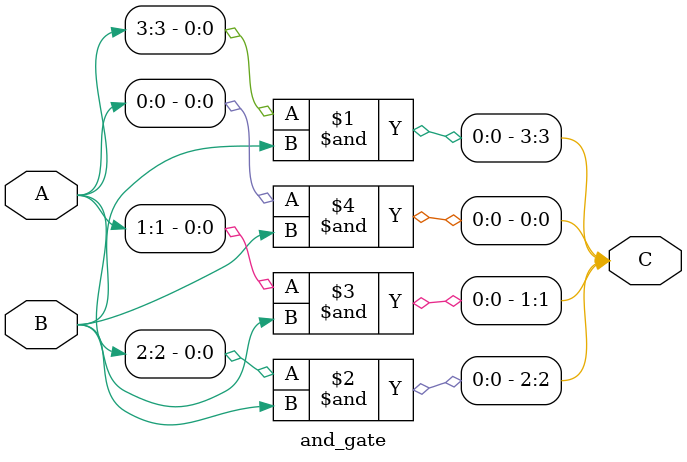
<source format=v>
module and_gate(input [3:0] A, input B, output [3:0] C);
    assign C[3] = A[3] & B;
    assign C[2] = A[2] & B;
    assign C[1] = A[1] & B;
    assign C[0] = A[0] & B;
    
endmodule
</source>
